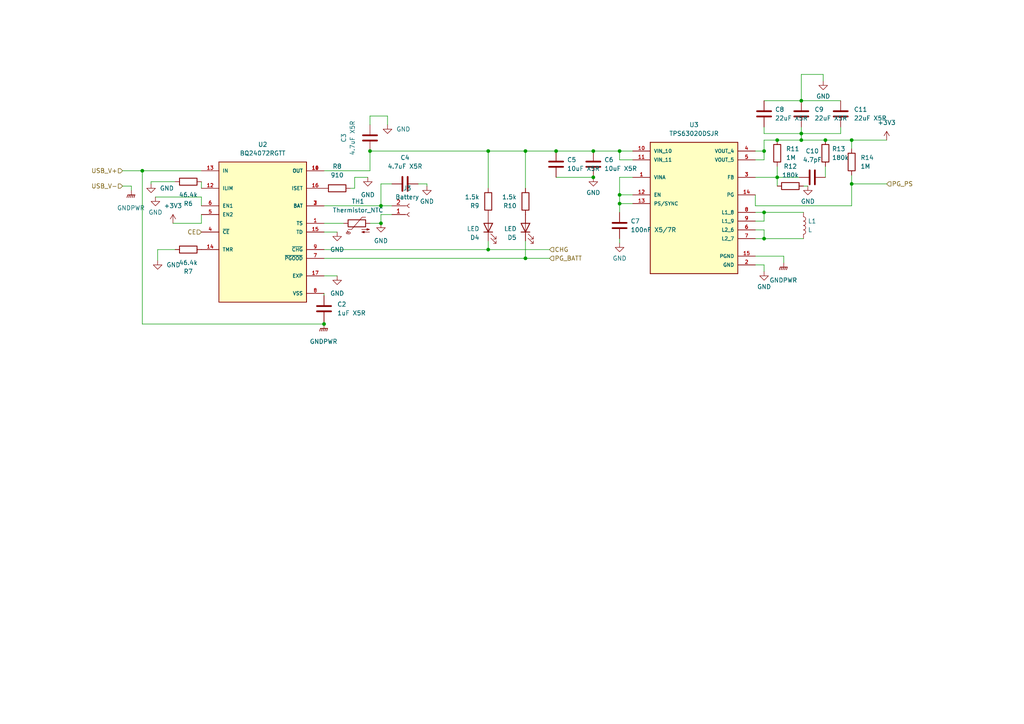
<source format=kicad_sch>
(kicad_sch (version 20211123) (generator eeschema)
  (paper "A4")
  (lib_symbols
    (symbol "Connector:Conn_01x02_Female" (pin_names (offset 1.016) hide)
      (property "Reference" "J" (at 0 2.54 0))
      (property "Value" "Conn_01x02_Female" (at 0 -5.08 0))
      (symbol "Conn_01x02_Female_1_1"
        (arc (start 0 -2.032) (mid -0.508 -2.54) (end 0 -3.048) (stroke (width 0.1524)))
        (polyline (pts (xy -1.27 -2.54) (xy -0.508 -2.54)) (stroke (width 0.1524)))
        (polyline (pts (xy -1.27 0) (xy -0.508 0)) (stroke (width 0.1524)))
        (arc (start 0 0.508) (mid -0.508 0) (end 0 -0.508) (stroke (width 0.1524)))
        (pin passive line (at -5.08 0 0) (length 3.81) (name "Pin_1") (number "1"))
        (pin passive line (at -5.08 -2.54 0) (length 3.81) (name "Pin_2") (number "2"))
      )
    )
    (symbol "Device:C" (pin_numbers hide) (pin_names (offset 0.254))
      (property "Reference" "C" (at 0.635 2.54 0))
      (property "Value" "C" (at 0.635 -2.54 0))
      (symbol "C_0_1"
        (polyline (pts (xy -2.032 -0.762) (xy 2.032 -0.762)) (stroke (width 0.508)))
        (polyline (pts (xy -2.032 0.762) (xy 2.032 0.762)) (stroke (width 0.508)))
      )
      (symbol "C_1_1"
        (pin passive line (at 0 3.81 270) (length 2.794) (name "~") (number "1"))
        (pin passive line (at 0 -3.81 90) (length 2.794) (name "~") (number "2"))
      )
    )
    (symbol "Device:L" (pin_numbers hide) (pin_names (offset 1.016) hide)
      (property "Reference" "L" (at -1.27 0 90))
      (property "Value" "L" (at 1.905 0 90))
      (symbol "L_0_1"
        (arc (start 0 -2.54) (mid 0.635 -1.905) (end 0 -1.27))
        (arc (start 0 -1.27) (mid 0.635 -0.635) (end 0 0))
        (arc (start 0 0) (mid 0.635 0.635) (end 0 1.27))
        (arc (start 0 1.27) (mid 0.635 1.905) (end 0 2.54))
      )
      (symbol "L_1_1"
        (pin passive line (at 0 3.81 270) (length 1.27) (name "1") (number "1"))
        (pin passive line (at 0 -3.81 90) (length 1.27) (name "2") (number "2"))
      )
    )
    (symbol "Device:LED" (pin_numbers hide) (pin_names (offset 1.016) hide)
      (property "Reference" "D" (at 0 2.54 0))
      (property "Value" "LED" (at 0 -2.54 0))
      (symbol "LED_0_1"
        (polyline (pts (xy -1.27 -1.27) (xy -1.27 1.27)) (stroke (width 0.254)))
        (polyline (pts (xy -1.27 0) (xy 1.27 0)))
        (polyline (pts (xy 1.27 -1.27) (xy 1.27 1.27) (xy -1.27 0) (xy 1.27 -1.27)) (stroke (width 0.254)))
        (polyline (pts (xy -3.048 -0.762) (xy -4.572 -2.286) (xy -3.81 -2.286) (xy -4.572 -2.286) (xy -4.572 -1.524)))
        (polyline (pts (xy -1.778 -0.762) (xy -3.302 -2.286) (xy -2.54 -2.286) (xy -3.302 -2.286) (xy -3.302 -1.524)))
      )
      (symbol "LED_1_1"
        (pin passive line (at -3.81 0 0) (length 2.54) (name "K") (number "1"))
        (pin passive line (at 3.81 0 180) (length 2.54) (name "A") (number "2"))
      )
    )
    (symbol "Device:R" (pin_numbers hide) (pin_names (offset 0))
      (property "Reference" "R" (at 2.032 0 90))
      (property "Value" "R" (at 0 0 90))
      (symbol "R_0_1"
        (rectangle (start -1.016 -2.54) (end 1.016 2.54) (stroke (width 0.254)))
      )
      (symbol "R_1_1"
        (pin passive line (at 0 3.81 270) (length 1.27) (name "~") (number "1"))
        (pin passive line (at 0 -3.81 90) (length 1.27) (name "~") (number "2"))
      )
    )
    (symbol "Device:Thermistor_NTC" (pin_numbers hide) (pin_names (offset 0))
      (property "Reference" "TH" (at -4.445 0 90))
      (property "Value" "Thermistor_NTC" (at 3.175 0 90))
      (symbol "Thermistor_NTC_0_1"
        (arc (start -3.048 2.159) (mid -3.0495 2.3143) (end -3.175 2.413))
        (arc (start -3.048 2.159) (mid -2.9736 1.9794) (end -2.794 1.905))
        (arc (start -3.048 2.794) (mid -2.9736 2.6144) (end -2.794 2.54))
        (arc (start -2.794 1.905) (mid -2.6144 1.9794) (end -2.54 2.159))
        (arc (start -2.794 2.54) (mid -2.4393 2.5587) (end -2.159 2.794))
        (arc (start -2.794 3.048) (mid -2.9736 2.9736) (end -3.048 2.794))
        (arc (start -2.54 2.794) (mid -2.6144 2.9736) (end -2.794 3.048))
        (rectangle (start -1.016 2.54) (end 1.016 -2.54) (stroke (width 0.254)))
        (polyline (pts (xy -2.54 2.159) (xy -2.54 2.794)))
        (polyline (pts (xy -1.778 2.54) (xy -1.778 1.524) (xy 1.778 -1.524) (xy 1.778 -2.54)))
        (polyline (pts (xy -2.54 -3.683) (xy -2.54 -1.397) (xy -2.794 -2.159) (xy -2.286 -2.159) (xy -2.54 -1.397) (xy -2.54 -1.651)) (fill (type outline)))
        (polyline (pts (xy -1.778 -1.397) (xy -1.778 -3.683) (xy -2.032 -2.921) (xy -1.524 -2.921) (xy -1.778 -3.683) (xy -1.778 -3.429)) (fill (type outline)))
      )
      (symbol "Thermistor_NTC_1_1"
        (pin passive line (at 0 3.81 270) (length 1.27) (name "~") (number "1"))
        (pin passive line (at 0 -3.81 90) (length 1.27) (name "~") (number "2"))
      )
    )
    (symbol "JLCPCB:BQ24072RGTT" (pin_names (offset 1.016))
      (property "Reference" "U" (at -12.7 21.3106 0))
      (property "Value" "BQ24072RGTT" (at -12.7 -25.4 0))
      (symbol "BQ24072RGTT_0_0"
        (rectangle (start -12.7 -20.32) (end 12.7 20.32) (stroke (width 0.254)) (fill (type background)))
        (pin input line (at 17.78 2.54 180) (length 5.08) (name "TS") (number "1"))
        (pin output line (at 17.78 17.78 180) (length 5.08) (name "OUT") (number "10"))
        (pin output line (at 17.78 17.78 180) (length 5.08) (name "OUT") (number "11"))
        (pin input line (at -17.78 12.7 0) (length 5.08) (name "ILIM") (number "12"))
        (pin input line (at -17.78 17.78 0) (length 5.08) (name "IN") (number "13"))
        (pin input line (at -17.78 -5.08 0) (length 5.08) (name "TMR") (number "14"))
        (pin input line (at 17.78 0 180) (length 5.08) (name "TD") (number "15"))
        (pin bidirectional line (at 17.78 12.7 180) (length 5.08) (name "ISET") (number "16"))
        (pin power_in line (at 17.78 -12.7 180) (length 5.08) (name "EXP") (number "17"))
        (pin bidirectional line (at 17.78 7.62 180) (length 5.08) (name "BAT") (number "2"))
        (pin bidirectional line (at 17.78 7.62 180) (length 5.08) (name "BAT") (number "3"))
        (pin input line (at -17.78 0 0) (length 5.08) (name "~{CE}") (number "4"))
        (pin input line (at -17.78 5.08 0) (length 5.08) (name "EN2") (number "5"))
        (pin input line (at -17.78 7.62 0) (length 5.08) (name "EN1") (number "6"))
        (pin output line (at 17.78 -7.62 180) (length 5.08) (name "~{PGOOD}") (number "7"))
        (pin power_in line (at 17.78 -17.78 180) (length 5.08) (name "VSS") (number "8"))
        (pin output line (at 17.78 -5.08 180) (length 5.08) (name "~{CHG}") (number "9"))
      )
    )
    (symbol "JLCPCB:TPS63020DSJR" (pin_names (offset 1.016))
      (property "Reference" "U" (at -12.7 19.05 0))
      (property "Value" "TPS63020DSJR" (at -12.7 -22.86 0))
      (symbol "TPS63020DSJR_0_0"
        (rectangle (start -12.7 -20.32) (end 12.7 17.78) (stroke (width 0.254)) (fill (type background)))
        (pin input line (at -17.78 7.62 0) (length 5.08) (name "VINA") (number "1"))
        (pin input line (at -17.78 15.24 0) (length 5.08) (name "VIN_10") (number "10"))
        (pin input line (at -17.78 12.7 0) (length 5.08) (name "VIN_11") (number "11"))
        (pin input line (at -17.78 2.54 0) (length 5.08) (name "EN") (number "12"))
        (pin input line (at -17.78 0 0) (length 5.08) (name "PS/SYNC") (number "13"))
        (pin output line (at 17.78 2.54 180) (length 5.08) (name "PG") (number "14"))
        (pin power_in line (at 17.78 -15.24 180) (length 5.08) (name "PGND") (number "15"))
        (pin power_in line (at 17.78 -17.78 180) (length 5.08) (name "GND") (number "2"))
        (pin input line (at 17.78 7.62 180) (length 5.08) (name "FB") (number "3"))
        (pin output line (at 17.78 15.24 180) (length 5.08) (name "VOUT_4") (number "4"))
        (pin output line (at 17.78 12.7 180) (length 5.08) (name "VOUT_5") (number "5"))
        (pin passive line (at 17.78 -7.62 180) (length 5.08) (name "L2_6") (number "6"))
        (pin passive line (at 17.78 -10.16 180) (length 5.08) (name "L2_7") (number "7"))
        (pin passive line (at 17.78 -2.54 180) (length 5.08) (name "L1_8") (number "8"))
        (pin passive line (at 17.78 -5.08 180) (length 5.08) (name "L1_9") (number "9"))
      )
    )
    (symbol "power:+3V3" (power) (pin_names (offset 0))
      (property "Value" "+3V3" (at 0 3.556 0))
      (symbol "+3V3_0_1"
        (polyline (pts (xy -0.762 1.27) (xy 0 2.54)))
        (polyline (pts (xy 0 0) (xy 0 2.54)))
        (polyline (pts (xy 0 2.54) (xy 0.762 1.27)))
      )
      (symbol "+3V3_1_1"
        (pin power_in line (at 0 0 90) (length 0) hide (name "+3V3") (number "1"))
      )
    )
    (symbol "power:GND" (power) (pin_names (offset 0))
      (property "Value" "GND" (at 0 -3.81 0))
      (symbol "GND_0_1"
        (polyline (pts (xy 0 0) (xy 0 -1.27) (xy 1.27 -1.27) (xy 0 -2.54) (xy -1.27 -1.27) (xy 0 -1.27)))
      )
      (symbol "GND_1_1"
        (pin power_in line (at 0 0 270) (length 0) hide (name "GND") (number "1"))
      )
    )
    (symbol "power:GNDPWR" (power) (pin_names (offset 0))
      (property "Value" "GNDPWR" (at 0 -3.302 0))
      (symbol "GNDPWR_0_1"
        (polyline (pts (xy 0 -1.27) (xy 0 0)))
        (polyline (pts (xy -1.016 -1.27) (xy -1.27 -2.032) (xy -1.27 -2.032)) (stroke (width 0.2032)))
        (polyline (pts (xy -0.508 -1.27) (xy -0.762 -2.032) (xy -0.762 -2.032)) (stroke (width 0.2032)))
        (polyline (pts (xy 0 -1.27) (xy -0.254 -2.032) (xy -0.254 -2.032)) (stroke (width 0.2032)))
        (polyline (pts (xy 0.508 -1.27) (xy 0.254 -2.032) (xy 0.254 -2.032)) (stroke (width 0.2032)))
        (polyline (pts (xy 1.016 -1.27) (xy -1.016 -1.27) (xy -1.016 -1.27)) (stroke (width 0.2032)))
        (polyline (pts (xy 1.016 -1.27) (xy 0.762 -2.032) (xy 0.762 -2.032) (xy 0.762 -2.032)) (stroke (width 0.2032)))
      )
      (symbol "GNDPWR_1_1"
        (pin power_in line (at 0 0 270) (length 0) hide (name "GNDPWR") (number "1"))
      )
    )
  )
  (junction (at 110.49 64.77))
  (junction (at 247.015 53.34))
  (junction (at 152.4 43.815))
  (junction (at 221.615 69.215))
  (junction (at 247.015 40.64))
  (junction (at 225.425 51.435))
  (junction (at 161.29 43.815))
  (junction (at 221.615 61.595))
  (junction (at 225.425 40.64))
  (junction (at 232.41 38.735))
  (junction (at 172.085 51.435))
  (junction (at 239.395 40.64))
  (junction (at 41.275 49.53))
  (junction (at 93.98 93.98))
  (junction (at 179.705 59.055))
  (junction (at 110.49 59.69))
  (junction (at 107.315 43.815))
  (junction (at 179.705 56.515))
  (junction (at 172.085 43.815))
  (junction (at 141.605 72.39))
  (junction (at 152.4 74.93))
  (junction (at 232.41 40.64))
  (junction (at 232.41 29.21))
  (junction (at 221.615 43.815))
  (junction (at 179.705 43.815))
  (junction (at 141.605 43.815))
  (wire (pts (xy 110.49 59.69) (xy 113.665 59.69)))
  (wire (pts (xy 179.705 56.515) (xy 179.705 59.055)))
  (wire (pts (xy 232.41 40.64) (xy 239.395 40.64)))
  (wire (pts (xy 161.29 51.435) (xy 172.085 51.435)))
  (wire (pts (xy 219.075 61.595) (xy 221.615 61.595)))
  (wire (pts (xy 225.425 40.64) (xy 232.41 40.64)))
  (wire (pts (xy 219.075 69.215) (xy 221.615 69.215)))
  (wire (pts (xy 121.285 53.34) (xy 123.825 53.34)))
  (wire (pts (xy 107.315 36.195) (xy 107.315 33.655)))
  (wire (pts (xy 179.705 43.815) (xy 179.705 46.355)))
  (wire (pts (xy 219.075 46.355) (xy 221.615 46.355)))
  (wire (pts (xy 141.605 72.39) (xy 93.98 72.39)))
  (wire (pts (xy 239.395 48.26) (xy 239.395 51.435)))
  (wire (pts (xy 93.98 59.69) (xy 110.49 59.69)))
  (wire (pts (xy 113.665 53.34) (xy 110.49 53.34)))
  (wire (pts (xy 221.615 64.135) (xy 221.615 61.595)))
  (wire (pts (xy 219.075 59.69) (xy 219.075 56.515)))
  (wire (pts (xy 183.515 46.355) (xy 179.705 46.355)))
  (wire (pts (xy 221.615 40.64) (xy 225.425 40.64)))
  (wire (pts (xy 179.705 69.215) (xy 179.705 70.485)))
  (wire (pts (xy 141.605 72.39) (xy 159.385 72.39)))
  (wire (pts (xy 93.98 49.53) (xy 107.315 49.53)))
  (wire (pts (xy 183.515 51.435) (xy 179.705 51.435)))
  (wire (pts (xy 110.49 64.77) (xy 110.49 62.23)))
  (wire (pts (xy 219.075 64.135) (xy 221.615 64.135)))
  (wire (pts (xy 58.42 52.705) (xy 58.42 54.61)))
  (wire (pts (xy 221.615 66.675) (xy 221.615 69.215)))
  (wire (pts (xy 58.42 59.69) (xy 58.42 57.15)))
  (wire (pts (xy 219.075 74.295) (xy 227.33 74.295)))
  (wire (pts (xy 43.815 52.705) (xy 43.815 53.34)))
  (wire (pts (xy 238.76 21.59) (xy 238.76 23.495)))
  (wire (pts (xy 219.075 66.675) (xy 221.615 66.675)))
  (wire (pts (xy 152.4 43.815) (xy 152.4 54.61)))
  (wire (pts (xy 221.615 38.735) (xy 232.41 38.735)))
  (wire (pts (xy 225.425 51.435) (xy 231.775 51.435)))
  (wire (pts (xy 183.515 56.515) (xy 179.705 56.515)))
  (wire (pts (xy 221.615 46.355) (xy 221.615 43.815)))
  (wire (pts (xy 45.085 57.15) (xy 58.42 57.15)))
  (wire (pts (xy 221.615 40.64) (xy 221.615 43.815)))
  (wire (pts (xy 38.1 53.975) (xy 38.1 55.245)))
  (wire (pts (xy 172.085 43.815) (xy 179.705 43.815)))
  (wire (pts (xy 219.075 59.69) (xy 247.015 59.69)))
  (wire (pts (xy 221.615 69.215) (xy 233.045 69.215)))
  (wire (pts (xy 232.41 38.735) (xy 232.41 40.64)))
  (wire (pts (xy 41.275 93.98) (xy 93.98 93.98)))
  (wire (pts (xy 107.315 33.655) (xy 112.395 33.655)))
  (wire (pts (xy 93.98 85.725) (xy 93.98 85.09)))
  (wire (pts (xy 179.705 59.055) (xy 179.705 61.595)))
  (wire (pts (xy 233.045 53.975) (xy 234.315 53.975)))
  (wire (pts (xy 152.4 74.93) (xy 159.385 74.93)))
  (wire (pts (xy 93.98 64.77) (xy 99.695 64.77)))
  (wire (pts (xy 221.615 36.83) (xy 221.615 38.735)))
  (wire (pts (xy 247.015 40.64) (xy 247.015 43.18)))
  (wire (pts (xy 219.075 76.835) (xy 221.615 76.835)))
  (wire (pts (xy 107.315 64.77) (xy 110.49 64.77)))
  (wire (pts (xy 93.98 93.98) (xy 93.98 93.345)))
  (wire (pts (xy 221.615 29.21) (xy 232.41 29.21)))
  (wire (pts (xy 123.825 53.34) (xy 123.825 53.975)))
  (wire (pts (xy 227.33 74.295) (xy 227.33 76.2)))
  (wire (pts (xy 41.275 49.53) (xy 58.42 49.53)))
  (wire (pts (xy 221.615 61.595) (xy 233.045 61.595)))
  (wire (pts (xy 243.84 38.735) (xy 232.41 38.735)))
  (wire (pts (xy 225.425 53.975) (xy 225.425 51.435)))
  (wire (pts (xy 161.29 43.815) (xy 172.085 43.815)))
  (wire (pts (xy 50.165 64.77) (xy 58.42 64.77)))
  (wire (pts (xy 179.705 51.435) (xy 179.705 56.515)))
  (wire (pts (xy 179.705 59.055) (xy 183.515 59.055)))
  (wire (pts (xy 141.605 43.815) (xy 152.4 43.815)))
  (wire (pts (xy 247.015 59.69) (xy 247.015 53.34)))
  (wire (pts (xy 141.605 69.85) (xy 141.605 72.39)))
  (wire (pts (xy 232.41 21.59) (xy 238.76 21.59)))
  (wire (pts (xy 247.015 53.34) (xy 257.175 53.34)))
  (wire (pts (xy 232.41 29.21) (xy 243.84 29.21)))
  (wire (pts (xy 247.015 40.64) (xy 257.175 40.64)))
  (wire (pts (xy 35.56 53.975) (xy 38.1 53.975)))
  (wire (pts (xy 101.6 54.61) (xy 102.87 54.61)))
  (wire (pts (xy 41.275 49.53) (xy 41.275 93.98)))
  (wire (pts (xy 102.87 54.61) (xy 102.87 51.435)))
  (wire (pts (xy 102.87 51.435) (xy 106.68 51.435)))
  (wire (pts (xy 112.395 33.655) (xy 112.395 36.195)))
  (wire (pts (xy 219.075 43.815) (xy 221.615 43.815)))
  (wire (pts (xy 93.98 80.01) (xy 97.79 80.01)))
  (wire (pts (xy 232.41 29.21) (xy 232.41 21.59)))
  (wire (pts (xy 219.075 51.435) (xy 225.425 51.435)))
  (wire (pts (xy 179.705 43.815) (xy 183.515 43.815)))
  (wire (pts (xy 152.4 43.815) (xy 161.29 43.815)))
  (wire (pts (xy 50.8 72.39) (xy 45.72 72.39)))
  (wire (pts (xy 225.425 48.26) (xy 225.425 51.435)))
  (wire (pts (xy 107.315 43.815) (xy 141.605 43.815)))
  (wire (pts (xy 110.49 53.34) (xy 110.49 59.69)))
  (wire (pts (xy 152.4 74.93) (xy 152.4 69.85)))
  (wire (pts (xy 35.56 49.53) (xy 41.275 49.53)))
  (wire (pts (xy 107.315 49.53) (xy 107.315 43.815)))
  (wire (pts (xy 232.41 36.83) (xy 232.41 38.735)))
  (wire (pts (xy 93.98 67.31) (xy 97.79 67.31)))
  (wire (pts (xy 141.605 43.815) (xy 141.605 54.61)))
  (wire (pts (xy 58.42 62.23) (xy 58.42 64.77)))
  (wire (pts (xy 45.72 72.39) (xy 45.72 75.565)))
  (wire (pts (xy 221.615 76.835) (xy 221.615 78.74)))
  (wire (pts (xy 50.8 52.705) (xy 43.815 52.705)))
  (wire (pts (xy 247.015 50.8) (xy 247.015 53.34)))
  (wire (pts (xy 239.395 40.64) (xy 247.015 40.64)))
  (wire (pts (xy 93.98 74.93) (xy 152.4 74.93)))
  (wire (pts (xy 243.84 36.83) (xy 243.84 38.735)))
  (wire (pts (xy 110.49 62.23) (xy 113.665 62.23)))
  (hierarchical_label "USB_V+" (shape input) (at 35.56 49.53 180))
  (hierarchical_label "PG_PS" (shape input) (at 257.175 53.34 0))
  (hierarchical_label "CHG" (shape input) (at 159.385 72.39 0))
  (hierarchical_label "PG_BATT" (shape input) (at 159.385 74.93 0))
  (hierarchical_label "CE" (shape input) (at 58.42 67.31 180))
  (hierarchical_label "USB_V-" (shape input) (at 35.56 53.975 180))
  (symbol (lib_id "Device:R") (at 239.395 44.45 180) (unit 1)
    (property "Reference" "R13" (at 241.3 43.1799 0) (effects (justify right)))
    (property "Value" "180k" (at 241.3 45.7199 0) (effects (justify right)))
    (property "Footprint" "Resistor_SMD:R_0402_1005Metric" (effects hide))
  )
  (symbol (lib_id "JLCPCB:BQ24072RGTT") (at 76.2 67.31 0) (unit 1)
    (property "Reference" "U2" (at 76.2 41.91 0))
    (property "Value" "BQ24072RGTT" (at 76.2 44.45 0))
    (property "Footprint" "JLCPCB:IC_BQ24072RGTT" (effects hide))
    (property "MAXIMUM_PACKAGE_HEIGHT" "1 mm" (effects hide))
    (property "STANDARD" "Manufacturer Recommendations" (effects hide))
    (property "PARTREV" "N" (effects hide))
    (property "MANUFACTURER" "Texas Instruments" (effects hide))
  )
  (symbol (lib_id "power:GND") (at 97.79 67.31 0) (unit 1)
    (property "Reference" "#PWR018" (effects hide))
    (property "Value" "GND" (at 97.79 72.39 0))
  )
  (symbol (lib_id "Device:C") (at 232.41 33.02 0) (unit 1)
    (property "Reference" "C9" (at 236.22 31.7499 0) (effects (justify left)))
    (property "Value" "22uF X5R" (at 236.22 34.2899 0) (effects (justify left)))
    (property "Footprint" "Capacitor_SMD:C_0402_1005Metric" (effects hide))
  )
  (symbol (lib_id "power:GNDPWR") (at 38.1 55.245 0) (unit 1)
    (property "Reference" "#PWR012" (effects hide))
    (property "Value" "GNDPWR" (at 37.973 60.325 0))
  )
  (symbol (lib_id "Device:R") (at 225.425 44.45 0) (unit 1)
    (property "Reference" "R11" (at 227.965 43.1799 0) (effects (justify left)))
    (property "Value" "1M" (at 227.965 45.7199 0) (effects (justify left)))
    (property "Footprint" "Resistor_SMD:R_0402_1005Metric" (effects hide))
  )
  (symbol (lib_id "power:GND") (at 45.72 75.565 0) (unit 1)
    (property "Reference" "#PWR015" (effects hide))
    (property "Value" "GND" (at 48.26 76.8349 0) (effects (justify left)))
  )
  (symbol (lib_id "power:GND") (at 179.705 70.485 0) (unit 1)
    (property "Reference" "#PWR025" (effects hide))
    (property "Value" "GND" (at 179.705 74.93 0))
  )
  (symbol (lib_id "power:GNDPWR") (at 227.33 76.2 0) (unit 1)
    (property "Reference" "#PWR027" (effects hide))
    (property "Value" "GNDPWR" (at 227.203 81.28 0))
  )
  (symbol (lib_id "JLCPCB:TPS63020DSJR") (at 201.295 59.055 0) (unit 1)
    (property "Reference" "U3" (at 201.295 36.195 0))
    (property "Value" "TPS63020DSJR" (at 201.295 38.735 0))
    (property "Footprint" "JLCPCB:IC_TPS63020DSJR" (effects hide))
    (property "Description" "High Efficiency Single Inductor Buck-Boost Converter with 4A Switch 14-VSON -40 to 85" (effects hide))
    (property "MF" "Texas Instruments" (effects hide))
    (property "Availability" "Good" (effects hide))
    (property "DigiKey-Purchase-URL" "https://snapeda.com/shop?store=DigiKey&id=296571" (effects hide))
    (property "Mouser-Purchase-URL" "https://snapeda.com/shop?store=Mouser&id=296571" (effects hide))
    (property "Price" "None" (effects hide))
    (property "Package" "VSON-14 Texas Instruments" (effects hide))
    (property "Texas_Instruments-Purchase-URL" "https://snapeda.com/shop?store=Texas+Instruments&id=296571" (effects hide))
    (property "MP" "TPS63020DSJR" (effects hide))
  )
  (symbol (lib_id "Device:R") (at 54.61 52.705 270) (unit 1)
    (property "Reference" "R6" (at 54.61 59.055 90))
    (property "Value" "46.4k" (at 54.61 56.515 90))
    (property "Footprint" "Resistor_SMD:R_0402_1005Metric" (effects hide))
  )
  (symbol (lib_id "power:GND") (at 43.815 53.34 0) (unit 1)
    (property "Reference" "#PWR013" (effects hide))
    (property "Value" "GND" (at 46.355 54.6099 0) (effects (justify left)))
  )
  (symbol (lib_id "Device:R") (at 229.235 53.975 90) (unit 1)
    (property "Reference" "R12" (at 229.235 48.26 90))
    (property "Value" "180k" (at 229.235 50.8 90))
    (property "Footprint" "Resistor_SMD:R_0402_1005Metric" (effects hide))
  )
  (symbol (lib_id "power:GND") (at 112.395 36.195 0) (unit 1)
    (property "Reference" "#PWR022" (effects hide))
    (property "Value" "GND" (at 114.935 37.4649 0) (effects (justify left)))
  )
  (symbol (lib_id "power:GND") (at 110.49 64.77 0) (unit 1)
    (property "Reference" "#PWR021" (effects hide))
    (property "Value" "GND" (at 110.49 69.85 0))
  )
  (symbol (lib_id "Device:LED") (at 141.605 66.04 90) (unit 1)
    (property "Reference" "D4" (at 139.065 68.8976 90) (effects (justify left)))
    (property "Value" "LED" (at 139.065 66.3576 90) (effects (justify left)))
    (property "Footprint" "LED_SMD:LED_0402_1005Metric" (effects hide))
  )
  (symbol (lib_id "power:+3V3") (at 50.165 64.77 0) (unit 1)
    (property "Reference" "#PWR016" (effects hide))
    (property "Value" "+3V3" (at 50.165 59.69 0))
  )
  (symbol (lib_id "Device:C") (at 243.84 33.02 0) (unit 1)
    (property "Reference" "C11" (at 247.65 31.7499 0) (effects (justify left)))
    (property "Value" "22uF X5R" (at 247.65 34.2899 0) (effects (justify left)))
    (property "Footprint" "Capacitor_SMD:C_0402_1005Metric" (effects hide))
  )
  (symbol (lib_id "Device:R") (at 152.4 58.42 0) (unit 1)
    (property "Reference" "R10" (at 149.86 59.6901 0) (effects (justify right)))
    (property "Value" "1.5k" (at 149.86 57.1501 0) (effects (justify right)))
    (property "Footprint" "Resistor_SMD:R_0402_1005Metric" (effects hide))
  )
  (symbol (lib_id "power:GND") (at 97.79 80.01 0) (unit 1)
    (property "Reference" "#PWR019" (effects hide))
    (property "Value" "GND" (at 97.79 85.09 0))
  )
  (symbol (lib_id "Connector:Conn_01x02_Female") (at 118.745 62.23 0) (mirror x) (unit 1)
    (property "Reference" "J3" (at 118.11 54.61 0))
    (property "Value" "Battery" (at 118.11 57.15 0))
    (property "Footprint" "Connector_JST:JST_SH_SM02B-SRSS-TB_1x02-1MP_P1.00mm_Horizontal" (effects hide))
  )
  (symbol (lib_id "Device:Thermistor_NTC") (at 103.505 64.77 90) (unit 1)
    (property "Reference" "TH1" (at 103.8225 58.42 90))
    (property "Value" "Thermistor_NTC" (at 103.8225 60.96 90))
    (property "Footprint" "Connector_PinHeader_2.54mm:PinHeader_1x02_P2.54mm_Vertical" (effects hide))
  )
  (symbol (lib_id "Device:C") (at 179.705 65.405 0) (unit 1)
    (property "Reference" "C7" (at 182.88 64.1349 0) (effects (justify left)))
    (property "Value" "100nF X5/7R" (at 182.88 66.6749 0) (effects (justify left)))
    (property "Footprint" "Capacitor_SMD:C_0402_1005Metric" (effects hide))
  )
  (symbol (lib_id "Device:L") (at 233.045 65.405 0) (unit 1)
    (property "Reference" "L1" (at 234.315 64.1349 0) (effects (justify left)))
    (property "Value" "L" (at 234.315 66.6749 0) (effects (justify left)))
    (property "Footprint" "JLCPCB:MPIT4030" (effects hide))
  )
  (symbol (lib_id "Device:LED") (at 152.4 66.04 90) (unit 1)
    (property "Reference" "D5" (at 149.86 68.8976 90) (effects (justify left)))
    (property "Value" "LED" (at 149.86 66.3576 90) (effects (justify left)))
    (property "Footprint" "LED_SMD:LED_0402_1005Metric" (effects hide))
  )
  (symbol (lib_id "Device:C") (at 161.29 47.625 0) (unit 1)
    (property "Reference" "C5" (at 164.465 46.3549 0) (effects (justify left)))
    (property "Value" "10uF X5R" (at 164.465 48.8949 0) (effects (justify left)))
    (property "Footprint" "Capacitor_SMD:C_0402_1005Metric" (effects hide))
  )
  (symbol (lib_id "power:GND") (at 123.825 53.975 0) (unit 1)
    (property "Reference" "#PWR023" (effects hide))
    (property "Value" "GND" (at 123.825 58.42 0))
  )
  (symbol (lib_id "power:GND") (at 234.315 53.975 0) (unit 1)
    (property "Reference" "#PWR028" (effects hide))
    (property "Value" "GND" (at 234.315 58.42 0))
  )
  (symbol (lib_id "Device:C") (at 221.615 33.02 0) (unit 1)
    (property "Reference" "C8" (at 224.79 31.7499 0) (effects (justify left)))
    (property "Value" "22uF X5R" (at 224.79 34.2899 0) (effects (justify left)))
    (property "Footprint" "Capacitor_SMD:C_0402_1005Metric" (effects hide))
  )
  (symbol (lib_id "power:GND") (at 172.085 51.435 0) (unit 1)
    (property "Reference" "#PWR024" (effects hide))
    (property "Value" "GND" (at 172.085 55.88 0))
  )
  (symbol (lib_id "Device:C") (at 172.085 47.625 0) (unit 1)
    (property "Reference" "C6" (at 175.26 46.3549 0) (effects (justify left)))
    (property "Value" "10uF X5R" (at 175.26 48.8949 0) (effects (justify left)))
    (property "Footprint" "Capacitor_SMD:C_0402_1005Metric" (effects hide))
  )
  (symbol (lib_id "power:GND") (at 45.085 57.15 0) (unit 1)
    (property "Reference" "#PWR014" (effects hide))
    (property "Value" "GND" (at 45.085 61.595 0))
  )
  (symbol (lib_id "Device:C") (at 235.585 51.435 90) (unit 1)
    (property "Reference" "C10" (at 235.585 43.815 90))
    (property "Value" "4.7pF" (at 235.585 46.355 90))
    (property "Footprint" "Capacitor_SMD:C_0402_1005Metric" (effects hide))
  )
  (symbol (lib_id "power:+3V3") (at 257.175 40.64 0) (unit 1)
    (property "Reference" "#PWR030" (effects hide))
    (property "Value" "+3V3" (at 257.175 35.56 0))
  )
  (symbol (lib_id "Device:C") (at 117.475 53.34 90) (unit 1)
    (property "Reference" "C4" (at 117.475 45.72 90))
    (property "Value" "4.7uF X5R" (at 117.475 48.26 90))
    (property "Footprint" "Capacitor_SMD:C_0402_1005Metric" (effects hide))
  )
  (symbol (lib_id "Device:R") (at 54.61 72.39 270) (unit 1)
    (property "Reference" "R7" (at 54.61 78.74 90))
    (property "Value" "46.4k" (at 54.61 76.2 90))
    (property "Footprint" "Resistor_SMD:R_0402_1005Metric" (effects hide))
  )
  (symbol (lib_id "power:GND") (at 238.76 23.495 0) (unit 1)
    (property "Reference" "#PWR029" (effects hide))
    (property "Value" "GND" (at 238.76 27.94 0))
  )
  (symbol (lib_id "power:GNDPWR") (at 93.98 93.98 0) (unit 1)
    (property "Reference" "#PWR017" (effects hide))
    (property "Value" "GNDPWR" (at 93.853 99.06 0))
  )
  (symbol (lib_id "power:GND") (at 221.615 78.74 0) (unit 1)
    (property "Reference" "#PWR026" (effects hide))
    (property "Value" "GND" (at 221.615 83.185 0))
  )
  (symbol (lib_id "Device:R") (at 247.015 46.99 0) (unit 1)
    (property "Reference" "R14" (at 249.555 45.7199 0) (effects (justify left)))
    (property "Value" "1M" (at 249.555 48.2599 0) (effects (justify left)))
    (property "Footprint" "Resistor_SMD:R_0402_1005Metric" (effects hide))
  )
  (symbol (lib_id "Device:R") (at 97.79 54.61 90) (unit 1)
    (property "Reference" "R8" (at 97.79 48.26 90))
    (property "Value" "910" (at 97.79 50.8 90))
    (property "Footprint" "Resistor_SMD:R_0402_1005Metric" (effects hide))
  )
  (symbol (lib_id "Device:C") (at 107.315 40.005 180) (unit 1)
    (property "Reference" "C3" (at 99.695 40.005 90))
    (property "Value" "4.7uF X5R" (at 102.235 40.005 90))
    (property "Footprint" "Capacitor_SMD:C_0402_1005Metric" (effects hide))
  )
  (symbol (lib_id "power:GND") (at 106.68 51.435 0) (unit 1)
    (property "Reference" "#PWR020" (effects hide))
    (property "Value" "GND" (at 106.68 56.515 0))
  )
  (symbol (lib_id "Device:C") (at 93.98 89.535 0) (unit 1)
    (property "Reference" "C2" (at 97.79 88.2649 0) (effects (justify left)))
    (property "Value" "1uF X5R" (at 97.79 90.8049 0) (effects (justify left)))
    (property "Footprint" "Capacitor_SMD:C_0402_1005Metric" (effects hide))
  )
  (symbol (lib_id "Device:R") (at 141.605 58.42 0) (unit 1)
    (property "Reference" "R9" (at 139.065 59.6901 0) (effects (justify right)))
    (property "Value" "1.5k" (at 139.065 57.1501 0) (effects (justify right)))
    (property "Footprint" "Resistor_SMD:R_0402_1005Metric" (effects hide))
  )
)
</source>
